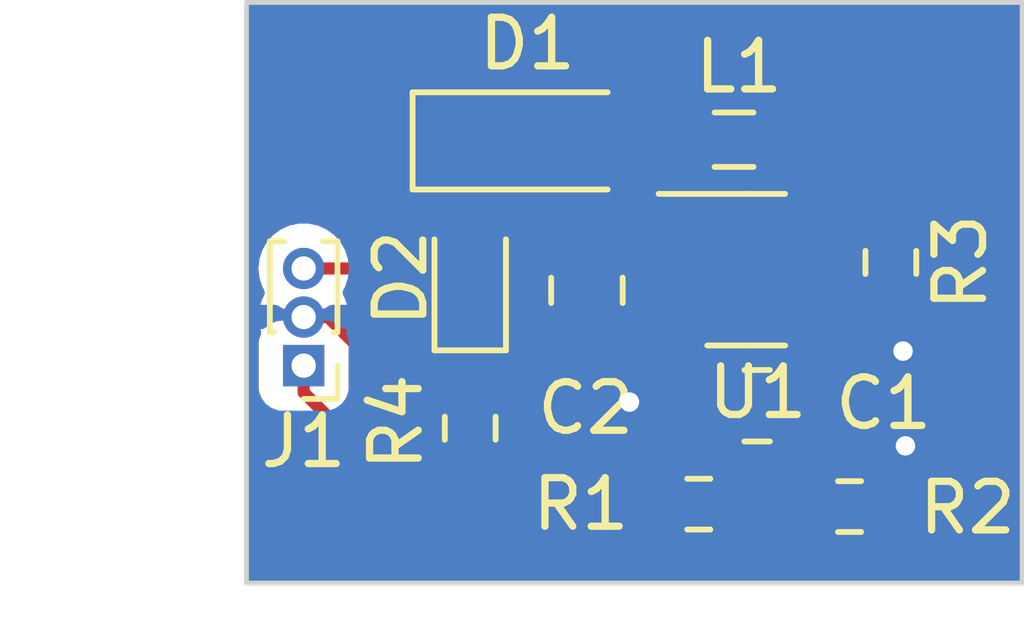
<source format=kicad_pcb>
(kicad_pcb (version 20221018) (generator pcbnew)
  (layers (0 "F.Cu" signal) (31 "B.Cu" signal) (34 "B.Paste" user) (35 "F.Paste" user) (36 "B.SilkS" user "B.Silkscreen") (37 "F.SilkS" user "F.Silkscreen") (38 "B.Mask" user) (39 "F.Mask" user) (44 "Edge.Cuts" user))
  (net 0 "")
  (net 1 "VCC")
  (net 2 "GND")
  (net 3 "+5V")
  (net 4 "Net-(D1-A)")
  (net 5 "Net-(D2-K)")
  (net 6 "Net-(U1-FB)")
  (net 7 "Net-(U1-OC)")
  (footprint "LED_SMD:LED_0603_1608Metric" (layer "F.Cu") (at 124.2 106.625 90)
    (fp_text reference "D2" (at 0 -1.43 90) (layer "F.SilkS"))
    (fp_text value "LED")
    (fp_line (start -1.485 -0.735) (end -1.485 0.735) (stroke (width 0.12)) (layer "F.SilkS"))
    (fp_line (start -1.485 0.735) (end 0.8 0.735) (stroke (width 0.12)) (layer "F.SilkS"))
    (fp_line (start 0.8 -0.735) (end -1.485 -0.735) (stroke (width 0.12)) (layer "F.SilkS"))
    (pad "1" smd roundrect (at -0.7875 0 90) (size 0.875 0.95) (layers "F.Cu" "F.Paste" "F.Mask") (net 5 "Net-(D2-K)"))
    (pad "2" smd roundrect (at 0.7875 0 90) (size 0.875 0.95) (layers "F.Cu" "F.Paste" "F.Mask") (net 3 "+5V"))
  )
  (footprint "Inductor_SMD:L_0805_2012Metric" (layer "F.Cu") (at 129.625 103.775 180)
    (fp_text reference "L1" (at -0.1 1.5) (layer "F.SilkS"))
    (fp_text value "4.7uH")
    (fp_line (start -0.399622 -0.56) (end 0.399622 -0.56) (stroke (width 0.12)) (layer "F.SilkS"))
    (fp_line (start -0.399622 0.56) (end 0.399622 0.56) (stroke (width 0.12)) (layer "F.SilkS"))
    (pad "1" smd roundrect (at -1.0625 0 180) (size 0.875 1.2) (layers "F.Cu" "F.Paste" "F.Mask") (net 1 "VCC"))
    (pad "2" smd roundrect (at 1.0625 0 180) (size 0.875 1.2) (layers "F.Cu" "F.Paste" "F.Mask") (net 4 "Net-(D1-A)"))
  )
  (footprint "Capacitor_SMD:C_0805_2012Metric" (layer "F.Cu") (at 126.6 106.875 -90)
    (fp_text reference "C2" (at 2.425 0.025) (layer "F.SilkS"))
    (fp_text value "22uF")
    (fp_line (start -0.261252 -0.735) (end 0.261252 -0.735) (stroke (width 0.12)) (layer "F.SilkS"))
    (fp_line (start -0.261252 0.735) (end 0.261252 0.735) (stroke (width 0.12)) (layer "F.SilkS"))
    (pad "1" smd roundrect (at -0.95 0 270) (size 1 1.45) (layers "F.Cu" "F.Paste" "F.Mask") (net 3 "+5V"))
    (pad "2" smd roundrect (at 0.95 0 270) (size 1 1.45) (layers "F.Cu" "F.Paste" "F.Mask") (net 2 "GND"))
  )
  (footprint "Resistor_SMD:R_0603_1608Metric" (layer "F.Cu") (at 128.9 111.275)
    (fp_text reference "R1" (at -2.425 0) (layer "F.SilkS"))
    (fp_text value "110k")
    (fp_line (start -0.237258 -0.5225) (end 0.237258 -0.5225) (stroke (width 0.12)) (layer "F.SilkS"))
    (fp_line (start -0.237258 0.5225) (end 0.237258 0.5225) (stroke (width 0.12)) (layer "F.SilkS"))
    (pad "1" smd roundrect (at -0.825 0) (size 0.8 0.95) (layers "F.Cu" "F.Paste" "F.Mask") (net 3 "+5V"))
    (pad "2" smd roundrect (at 0.825 0) (size 0.8 0.95) (layers "F.Cu" "F.Paste" "F.Mask") (net 6 "Net-(U1-FB)"))
  )
  (footprint "Resistor_SMD:R_0603_1608Metric" (layer "F.Cu") (at 124.2 109.7125 -90)
    (fp_text reference "R4" (at -0.125 1.525 90) (layer "F.SilkS"))
    (fp_text value "1k")
    (fp_line (start -0.237258 -0.5225) (end 0.237258 -0.5225) (stroke (width 0.12)) (layer "F.SilkS"))
    (fp_line (start -0.237258 0.5225) (end 0.237258 0.5225) (stroke (width 0.12)) (layer "F.SilkS"))
    (pad "1" smd roundrect (at -0.825 0 270) (size 0.8 0.95) (layers "F.Cu" "F.Paste" "F.Mask") (net 5 "Net-(D2-K)"))
    (pad "2" smd roundrect (at 0.825 0 270) (size 0.8 0.95) (layers "F.Cu" "F.Paste" "F.Mask") (net 2 "GND"))
  )
  (footprint "Diode_SMD:D_SOD-123" (layer "F.Cu") (at 125.375 103.8)
    (fp_text reference "D1" (at 0 -2) (layer "F.SilkS"))
    (fp_text value "D_Schottky")
    (fp_line (start -2.36 -1) (end -2.36 1) (stroke (width 0.12)) (layer "F.SilkS"))
    (fp_line (start -2.36 -1) (end 1.65 -1) (stroke (width 0.12)) (layer "F.SilkS"))
    (fp_line (start -2.36 1) (end 1.65 1) (stroke (width 0.12)) (layer "F.SilkS"))
    (pad "1" smd roundrect (at -1.65 0) (size 0.9 1.2) (layers "F.Cu" "F.Paste" "F.Mask") (net 3 "+5V"))
    (pad "2" smd roundrect (at 1.65 0) (size 0.9 1.2) (layers "F.Cu" "F.Paste" "F.Mask") (net 4 "Net-(D1-A)"))
  )
  (footprint "Resistor_SMD:R_0603_1608Metric" (layer "F.Cu") (at 132.85 106.3 -90)
    (fp_text reference "R3" (at 0 -1.43 90) (layer "F.SilkS"))
    (fp_text value "20k")
    (fp_line (start -0.237258 -0.5225) (end 0.237258 -0.5225) (stroke (width 0.12)) (layer "F.SilkS"))
    (fp_line (start -0.237258 0.5225) (end 0.237258 0.5225) (stroke (width 0.12)) (layer "F.SilkS"))
    (pad "1" smd roundrect (at -0.825 0 270) (size 0.8 0.95) (layers "F.Cu" "F.Paste" "F.Mask") (net 7 "Net-(U1-OC)"))
    (pad "2" smd roundrect (at 0.825 0 270) (size 0.8 0.95) (layers "F.Cu" "F.Paste" "F.Mask") (net 2 "GND"))
  )
  (footprint "Capacitor_SMD:C_0805_2012Metric" (layer "F.Cu") (at 130.1 109.25 180)
    (fp_text reference "C1" (at -2.6 0.05) (layer "F.SilkS"))
    (fp_text value "22uF")
    (fp_line (start -0.261252 -0.735) (end 0.261252 -0.735) (stroke (width 0.12)) (layer "F.SilkS"))
    (fp_line (start -0.261252 0.735) (end 0.261252 0.735) (stroke (width 0.12)) (layer "F.SilkS"))
    (pad "1" smd roundrect (at -0.95 0 180) (size 1 1.45) (layers "F.Cu" "F.Paste" "F.Mask") (net 1 "VCC"))
    (pad "2" smd roundrect (at 0.95 0 180) (size 1 1.45) (layers "F.Cu" "F.Paste" "F.Mask") (net 2 "GND"))
  )
  (footprint "Package_TO_SOT_SMD:SOT-23-6" (layer "F.Cu") (at 129.875 106.45)
    (fp_text reference "U1" (at 0.2375 2.525) (layer "F.SilkS"))
    (fp_text value "~")
    (fp_line (start 0 -1.56) (end -1.8 -1.56) (stroke (width 0.12)) (layer "F.SilkS"))
    (fp_line (start 0 -1.56) (end 0.8 -1.56) (stroke (width 0.12)) (layer "F.SilkS"))
    (fp_line (start 0 1.56) (end -0.8 1.56) (stroke (width 0.12)) (layer "F.SilkS"))
    (fp_line (start 0 1.56) (end 0.8 1.56) (stroke (width 0.12)) (layer "F.SilkS"))
    (pad "1" smd roundrect (at -1.1375 -0.95) (size 1.325 0.6) (layers "F.Cu" "F.Paste" "F.Mask") (net 4 "Net-(D1-A)"))
    (pad "2" smd roundrect (at -1.1375 0) (size 1.325 0.6) (layers "F.Cu" "F.Paste" "F.Mask") (net 2 "GND"))
    (pad "3" smd roundrect (at -1.1375 0.95) (size 1.325 0.6) (layers "F.Cu" "F.Paste" "F.Mask") (net 6 "Net-(U1-FB)"))
    (pad "4" smd roundrect (at 1.1375 0.95) (size 1.325 0.6) (layers "F.Cu" "F.Paste" "F.Mask") (net 1 "VCC"))
    (pad "5" smd roundrect (at 1.1375 0) (size 1.325 0.6) (layers "F.Cu" "F.Paste" "F.Mask") (net 1 "VCC"))
    (pad "6" smd roundrect (at 1.1375 -0.95) (size 1.325 0.6) (layers "F.Cu" "F.Paste" "F.Mask") (net 7 "Net-(U1-OC)"))
  )
  (footprint "Connector_PinHeader_1.00mm:PinHeader_1x03_P1.00mm_Vertical" (layer "F.Cu") (at 120.775 108.425 180)
    (fp_text reference "J1" (at 0 -1.56) (layer "F.SilkS"))
    (fp_text value "Conn_01x03_Pin")
    (fp_line (start -0.695 -0.685) (end 0 -0.685) (stroke (width 0.12)) (layer "F.SilkS"))
    (fp_line (start -0.695 0) (end -0.695 -0.685) (stroke (width 0.12)) (layer "F.SilkS"))
    (fp_line (start -0.695 0.685) (end -0.695 2.56) (stroke (width 0.12)) (layer "F.SilkS"))
    (fp_line (start -0.695 0.685) (end -0.608276 0.685) (stroke (width 0.12)) (layer "F.SilkS"))
    (fp_line (start -0.695 2.56) (end -0.394493 2.56) (stroke (width 0.12)) (layer "F.SilkS"))
    (fp_line (start 0.394493 2.56) (end 0.695 2.56) (stroke (width 0.12)) (layer "F.SilkS"))
    (fp_line (start 0.608276 0.685) (end 0.695 0.685) (stroke (width 0.12)) (layer "F.SilkS"))
    (fp_line (start 0.695 0.685) (end 0.695 2.56) (stroke (width 0.12)) (layer "F.SilkS"))
    (pad "1" thru_hole rect (at 0 0 180) (size 0.85 0.85) (drill 0.5) (layers "*.Cu" "*.Mask") (net 1 "VCC"))
    (pad "2" thru_hole oval (at 0 1 180) (size 0.85 0.85) (drill 0.5) (layers "*.Cu" "*.Mask") (net 2 "GND"))
    (pad "3" thru_hole oval (at 0 2 180) (size 0.85 0.85) (drill 0.5) (layers "*.Cu" "*.Mask") (net 3 "+5V"))
  )
  (footprint "Resistor_SMD:R_0603_1608Metric" (layer "F.Cu") (at 132 111.325)
    (fp_text reference "R2" (at 2.425 0.025) (layer "F.SilkS"))
    (fp_text value "15k")
    (fp_line (start -0.237258 -0.5225) (end 0.237258 -0.5225) (stroke (width 0.12)) (layer "F.SilkS"))
    (fp_line (start -0.237258 0.5225) (end 0.237258 0.5225) (stroke (width 0.12)) (layer "F.SilkS"))
    (pad "1" smd roundrect (at -0.825 0) (size 0.8 0.95) (layers "F.Cu" "F.Paste" "F.Mask") (net 6 "Net-(U1-FB)"))
    (pad "2" smd roundrect (at 0.825 0) (size 0.8 0.95) (layers "F.Cu" "F.Paste" "F.Mask") (net 2 "GND"))
  )
  (gr_line (start 135.55 100.95) (end 135.55 112.9) (stroke (width 0.1)) (layer "Edge.Cuts"))
  (gr_line (start 119.6 100.95) (end 135.55 100.95) (stroke (width 0.1)) (layer "Edge.Cuts"))
  (gr_line (start 135.55 112.9) (end 119.6 112.9) (stroke (width 0.1)) (layer "Edge.Cuts"))
  (gr_line (start 119.6 112.9) (end 119.6 100.95) (stroke (width 0.1)) (layer "Edge.Cuts"))
  (segment (start 124.275 112.475) (end 133.375 112.475) (width 0.25) (layer "F.Cu") (net 1))
  (segment (start 133.975 109.874695) (end 133.350305 109.25) (width 0.25) (layer "F.Cu") (net 1))
  (segment (start 130.025 104.4375) (end 130.6875 103.775) (width 0.25) (layer "F.Cu") (net 1))
  (segment (start 120.775 108.425) (end 120.775 108.975) (width 0.25) (layer "F.Cu") (net 1))
  (segment (start 131.0125 106.45) (end 130.350001 106.45) (width 0.25) (layer "F.Cu") (net 1))
  (segment (start 131.0125 107.4) (end 131.0125 106.45) (width 0.25) (layer "F.Cu") (net 1))
  (segment (start 131.05 109.25) (end 131.05 107.4375) (width 0.25) (layer "F.Cu") (net 1))
  (segment (start 130.025 106.124999) (end 130.025 104.4375) (width 0.25) (layer "F.Cu") (net 1))
  (segment (start 133.975 111.875) (end 133.975 109.874695) (width 0.25) (layer "F.Cu") (net 1))
  (segment (start 120.775 108.975) (end 124.275 112.475) (width 0.25) (layer "F.Cu") (net 1))
  (segment (start 133.350305 109.25) (end 131.05 109.25) (width 0.25) (layer "F.Cu") (net 1))
  (segment (start 133.375 112.475) (end 133.975 111.875) (width 0.25) (layer "F.Cu") (net 1))
  (segment (start 130.350001 106.45) (end 130.025 106.124999) (width 0.25) (layer "F.Cu") (net 1))
  (segment (start 131.05 107.4375) (end 131.0125 107.4) (width 0.25) (layer "F.Cu") (net 1))
  (segment (start 132.825 110.4) (end 133.15 110.075) (width 0.25) (layer "F.Cu") (net 2))
  (segment (start 128.7375 106.45) (end 127.975 106.45) (width 0.25) (layer "F.Cu") (net 2))
  (segment (start 132.85 107.875) (end 133.1 108.125) (width 0.25) (layer "F.Cu") (net 2))
  (segment (start 127.475 108.7) (end 127.475 109.175) (width 0.25) (layer "F.Cu") (net 2))
  (segment (start 121.275 107.425) (end 124.2 110.35) (width 0.25) (layer "F.Cu") (net 2))
  (segment (start 124.2 110.35) (end 124.2 110.5375) (width 0.25) (layer "F.Cu") (net 2))
  (segment (start 126.6 107.825) (end 127.475 108.7) (width 0.25) (layer "F.Cu") (net 2))
  (segment (start 132.85 107.125) (end 132.85 107.875) (width 0.25) (layer "F.Cu") (net 2))
  (segment (start 127.55 109.25) (end 127.475 109.175) (width 0.25) (layer "F.Cu") (net 2))
  (segment (start 129.15 109.25) (end 127.55 109.25) (width 0.25) (layer "F.Cu") (net 2))
  (segment (start 132.825 111.325) (end 132.825 110.4) (width 0.25) (layer "F.Cu") (net 2))
  (segment (start 127.975 106.45) (end 126.6 107.825) (width 0.25) (layer "F.Cu") (net 2))
  (segment (start 120.775 107.425) (end 121.275 107.425) (width 0.25) (layer "F.Cu") (net 2))
  (via (at 127.475 109.175) (size 0.8) (drill 0.4) (layers "F.Cu" "B.Cu") (net 2))
  (via (at 133.1 108.125) (size 0.8) (drill 0.4) (layers "F.Cu" "B.Cu") (net 2))
  (via (at 133.15 110.075) (size 0.8) (drill 0.4) (layers "F.Cu" "B.Cu") (net 2))
  (segment (start 124.2 104.275) (end 123.725 103.8) (width 0.25) (layer "F.Cu") (net 3))
  (segment (start 120.775 106.425) (end 123.6125 106.425) (width 0.25) (layer "F.Cu") (net 3))
  (segment (start 124.2 105.8375) (end 124.2 104.275) (width 0.25) (layer "F.Cu") (net 3))
  (segment (start 128.075 111.275) (end 125.55 108.75) (width 0.25) (layer "F.Cu") (net 3))
  (segment (start 125.55 108.75) (end 125.55 106.975) (width 0.25) (layer "F.Cu") (net 3))
  (segment (start 126.6 105.925) (end 124.2875 105.925) (width 0.25) (layer "F.Cu") (net 3))
  (segment (start 125.55 106.975) (end 126.6 105.925) (width 0.25) (layer "F.Cu") (net 3))
  (segment (start 124.2875 105.925) (end 124.2 105.8375) (width 0.25) (layer "F.Cu") (net 3))
  (segment (start 123.6125 106.425) (end 124.2 105.8375) (width 0.25) (layer "F.Cu") (net 3))
  (segment (start 128.7375 105.5) (end 128.7375 103.95) (width 0.25) (layer "F.Cu") (net 4))
  (segment (start 128.5375 103.8) (end 128.5625 103.775) (width 0.25) (layer "F.Cu") (net 4))
  (segment (start 128.7375 103.95) (end 128.5625 103.775) (width 0.25) (layer "F.Cu") (net 4))
  (segment (start 127.025 103.8) (end 128.5375 103.8) (width 0.25) (layer "F.Cu") (net 4))
  (segment (start 124.2 108.8875) (end 124.2 107.4125) (width 0.25) (layer "F.Cu") (net 5))
  (segment (start 128.7375 107.4) (end 129.399999 107.4) (width 0.25) (layer "F.Cu") (net 6))
  (segment (start 129.725 111.275) (end 131.125 111.275) (width 0.25) (layer "F.Cu") (net 6))
  (segment (start 129.399999 107.4) (end 130.225 108.225001) (width 0.25) (layer "F.Cu") (net 6))
  (segment (start 131.125 111.275) (end 131.175 111.325) (width 0.25) (layer "F.Cu") (net 6))
  (segment (start 130.225 108.225001) (end 130.225 110.775) (width 0.25) (layer "F.Cu") (net 6))
  (segment (start 130.225 110.775) (end 129.725 111.275) (width 0.25) (layer "F.Cu") (net 6))
  (segment (start 131.0375 105.475) (end 131.0125 105.5) (width 0.25) (layer "F.Cu") (net 7))
  (segment (start 132.85 105.475) (end 131.0375 105.475) (width 0.25) (layer "F.Cu") (net 7))
  (zone (net 2) (net_name "GND") (layers "F&B.Cu") (connect_pads (clearance 0.5)) (min_thickness 0.25) (fill yes (thermal_gap 0.5) (thermal_bridge_width 0.5))
    (polygon (pts (xy 119.6 100.975) (xy 135.55 100.975) (xy 135.55 100.975) (xy 135.55 112.9) (xy 135.55 112.9) (xy 119.6 112.9) (xy 119.6 112.9) (xy 119.6 100.975)))
  )
)
</source>
